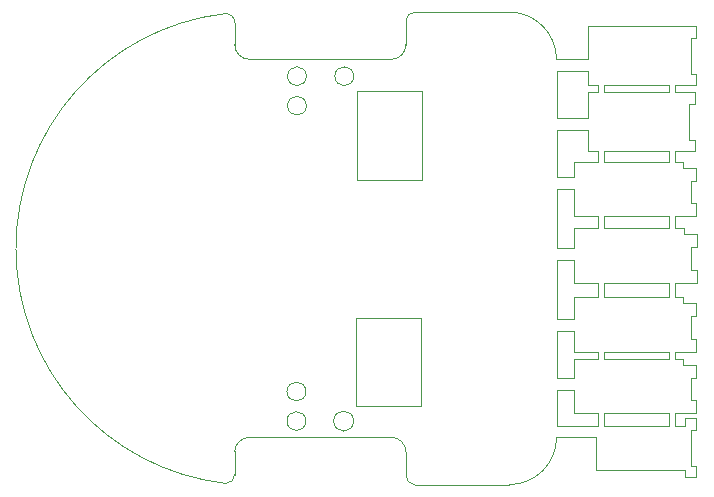
<source format=gbr>
%TF.GenerationSoftware,KiCad,Pcbnew,6.0.7-f9a2dced07~116~ubuntu20.04.1*%
%TF.CreationDate,2022-08-28T21:07:50+05:30*%
%TF.ProjectId,mushak_pcb,6d757368-616b-45f7-9063-622e6b696361,rev?*%
%TF.SameCoordinates,Original*%
%TF.FileFunction,Profile,NP*%
%FSLAX46Y46*%
G04 Gerber Fmt 4.6, Leading zero omitted, Abs format (unit mm)*
G04 Created by KiCad (PCBNEW 6.0.7-f9a2dced07~116~ubuntu20.04.1) date 2022-08-28 21:07:50*
%MOMM*%
%LPD*%
G01*
G04 APERTURE LIST*
%TA.AperFunction,Profile*%
%ADD10C,0.100000*%
%TD*%
%TA.AperFunction,Profile*%
%ADD11C,0.120000*%
%TD*%
G04 APERTURE END LIST*
D10*
X194000000Y-91000000D02*
X195500000Y-91000000D01*
X194000000Y-86000000D02*
X194000000Y-82000000D01*
X204050000Y-83800000D02*
X205750000Y-83800000D01*
X195450000Y-99900000D02*
X197550000Y-99900000D01*
X195500000Y-109000000D02*
X195500000Y-110950000D01*
X204850000Y-115800000D02*
X197350000Y-115800000D01*
X195500000Y-94300000D02*
X197550000Y-94300000D01*
X204800000Y-95800000D02*
X204800000Y-95250000D01*
X194000000Y-108000000D02*
X195500000Y-108000000D01*
X190000000Y-117000000D02*
X182000000Y-117000000D01*
X168000000Y-81000000D02*
X180000000Y-81000000D01*
X205350000Y-107950000D02*
X205350000Y-109850000D01*
X194000000Y-103000000D02*
X194000000Y-98000000D01*
X205350000Y-109850000D02*
X205850000Y-109850000D01*
X194000000Y-81000000D02*
X196650000Y-81000000D01*
X197350000Y-112000000D02*
X197550000Y-112000000D01*
X205850000Y-102750000D02*
X205850000Y-101650000D01*
X197550000Y-99900000D02*
X197550000Y-101150000D01*
X205850000Y-91300000D02*
X205850000Y-90200000D01*
X205350000Y-82200000D02*
X205350000Y-79200000D01*
X166750000Y-116150000D02*
X166750000Y-114200000D01*
X204050000Y-88800000D02*
X204050000Y-89650000D01*
X205850000Y-83200000D02*
X205850000Y-82200000D01*
X204750000Y-90200000D02*
X204750000Y-89700000D01*
X194000000Y-108000000D02*
X194000000Y-104000000D01*
X198050000Y-106350000D02*
X203550000Y-106350000D01*
X182000000Y-77000000D02*
G75*
G03*
X181250000Y-77750000I0J-750000D01*
G01*
X205900000Y-99900000D02*
X205900000Y-98800000D01*
X204750000Y-106850000D02*
X204750000Y-106350000D01*
X205850000Y-107950000D02*
X205350000Y-107950000D01*
X204050000Y-101150000D02*
X204750000Y-101150000D01*
X205350000Y-79200000D02*
X205850000Y-79200000D01*
X181250000Y-79750000D02*
X181250000Y-77750000D01*
X190000000Y-117000000D02*
G75*
G03*
X194000000Y-113000000I0J4000000D01*
G01*
X194000000Y-91975000D02*
X195500000Y-91975000D01*
X198050000Y-83200000D02*
X198050000Y-83800000D01*
X195450000Y-105750000D02*
X197550000Y-105750000D01*
X181250000Y-114250000D02*
G75*
G03*
X180000000Y-113000000I-1250000J0D01*
G01*
X196650000Y-88800000D02*
X197550000Y-88800000D01*
X204800000Y-99900000D02*
X205900000Y-99900000D01*
X204050000Y-95250000D02*
X204800000Y-95250000D01*
X204750000Y-101150000D02*
X204750000Y-101200000D01*
X203550000Y-88800000D02*
X198050000Y-88800000D01*
X205900000Y-95800000D02*
X204800000Y-95800000D01*
X197550000Y-88800000D02*
X197550000Y-89650000D01*
X205350000Y-104650000D02*
X205350000Y-102750000D01*
X205850000Y-79200000D02*
X205850000Y-78200000D01*
X194000000Y-81000000D02*
G75*
G03*
X190000000Y-77000000I-4000000J0D01*
G01*
X205850000Y-104650000D02*
X205350000Y-104650000D01*
X194000000Y-112000000D02*
X197350000Y-112000000D01*
X204050000Y-105750000D02*
X204050000Y-106350000D01*
X205850000Y-90200000D02*
X204750000Y-90200000D01*
X180000000Y-81000000D02*
G75*
G03*
X181250000Y-79750000I0J1250000D01*
G01*
X195450000Y-98000000D02*
X195450000Y-99900000D01*
X198050000Y-112000000D02*
X203550000Y-112000000D01*
X197550000Y-110950000D02*
X197550000Y-112000000D01*
X194000000Y-97000000D02*
X195450000Y-97000000D01*
X196650000Y-83800000D02*
X196650000Y-86000000D01*
X204050000Y-110950000D02*
X205850000Y-110950000D01*
X203550000Y-99900000D02*
X203550000Y-101150000D01*
X195500000Y-91975000D02*
X195500000Y-94300000D01*
X166750000Y-79750000D02*
X166750000Y-77880330D01*
X195500000Y-106350000D02*
X197550000Y-106350000D01*
X196650000Y-82000000D02*
X196650000Y-83200000D01*
X194000000Y-97000000D02*
X194000000Y-91975000D01*
X205850000Y-106850000D02*
X204750000Y-106850000D01*
X204850000Y-112000000D02*
X204850000Y-111400000D01*
X165900000Y-77130331D02*
G75*
G03*
X166000000Y-116900000I2350750J-19879049D01*
G01*
X205350000Y-112400000D02*
X205350000Y-115200000D01*
X205400000Y-98800000D02*
X205400000Y-96900000D01*
X195500000Y-106350000D02*
X195500000Y-108000000D01*
X181250000Y-116250000D02*
G75*
G03*
X182000000Y-117000000I750000J0D01*
G01*
X204850000Y-111400000D02*
X205850000Y-111400000D01*
X205850000Y-78200000D02*
X196650000Y-78200000D01*
X198050000Y-94300000D02*
X198050000Y-95250000D01*
X198050000Y-101150000D02*
X203550000Y-101150000D01*
X205900000Y-96900000D02*
X205900000Y-95800000D01*
X204050000Y-99900000D02*
X204050000Y-101150000D01*
X204050000Y-94300000D02*
X205850000Y-94300000D01*
X197550000Y-105750000D02*
X197550000Y-106350000D01*
X203550000Y-83200000D02*
X203550000Y-83800000D01*
X203550000Y-95250000D02*
X198050000Y-95250000D01*
X197550000Y-95250000D02*
X195450000Y-95250000D01*
X194000000Y-109000000D02*
X195500000Y-109000000D01*
X205350000Y-93200000D02*
X205850000Y-93200000D01*
X205850000Y-111400000D02*
X205850000Y-112400000D01*
X205850000Y-105750000D02*
X205850000Y-104650000D01*
X204050000Y-94300000D02*
X204050000Y-95250000D01*
X204850000Y-116400000D02*
X204850000Y-115800000D01*
X194000000Y-82000000D02*
X196650000Y-82000000D01*
X205250000Y-87700000D02*
X205250000Y-84800000D01*
X204050000Y-99900000D02*
X204800000Y-99900000D01*
X182000000Y-77000000D02*
X190000000Y-77000000D01*
X205850000Y-116400000D02*
X204850000Y-116400000D01*
X198050000Y-94300000D02*
X203550000Y-94300000D01*
X204050000Y-105750000D02*
X204750000Y-105750000D01*
X194000000Y-91000000D02*
X194000000Y-87000000D01*
X195450000Y-104000000D02*
X195450000Y-105750000D01*
X205750000Y-88800000D02*
X205750000Y-87800000D01*
X204050000Y-88800000D02*
X205750000Y-88800000D01*
X204750000Y-105750000D02*
X205850000Y-105750000D01*
X197350000Y-113000000D02*
X197350000Y-115800000D01*
X198050000Y-105750000D02*
X203550000Y-105750000D01*
X205850000Y-93200000D02*
X205850000Y-94300000D01*
X197550000Y-89650000D02*
X195500000Y-89650000D01*
X198050000Y-110950000D02*
X203550000Y-110950000D01*
X194000000Y-103000000D02*
X195450000Y-103000000D01*
X196650000Y-83200000D02*
X197550000Y-83200000D01*
X204050000Y-83200000D02*
X204050000Y-83800000D01*
X198050000Y-99900000D02*
X203550000Y-99900000D01*
X195450000Y-101150000D02*
X195450000Y-103000000D01*
X204750000Y-89700000D02*
X204750000Y-89650000D01*
X205350000Y-115200000D02*
X205350000Y-115400000D01*
X203550000Y-83800000D02*
X198050000Y-83800000D01*
X198050000Y-110950000D02*
X198050000Y-112000000D01*
X205900000Y-98800000D02*
X205400000Y-98800000D01*
X166000000Y-116900000D02*
G75*
G03*
X166750000Y-116150000I0J750000D01*
G01*
X205350000Y-115400000D02*
X205850000Y-115400000D01*
X205850000Y-112400000D02*
X205350000Y-112400000D01*
X204050000Y-112000000D02*
X204850000Y-112000000D01*
X203550000Y-88800000D02*
X203550000Y-89650000D01*
X194000000Y-113000000D02*
X197350000Y-113000000D01*
X203550000Y-110950000D02*
X203550000Y-112000000D01*
X204050000Y-83200000D02*
X205850000Y-83200000D01*
X203550000Y-94300000D02*
X203550000Y-95250000D01*
X198050000Y-105750000D02*
X198050000Y-106350000D01*
X204050000Y-110950000D02*
X204050000Y-112000000D01*
X205850000Y-82200000D02*
X205350000Y-82200000D01*
X205850000Y-109850000D02*
X205850000Y-110950000D01*
X195450000Y-95250000D02*
X195450000Y-97000000D01*
X204050000Y-89650000D02*
X204750000Y-89650000D01*
X204750000Y-101650000D02*
X204750000Y-101200000D01*
X198050000Y-83200000D02*
X203550000Y-83200000D01*
X194000000Y-98000000D02*
X195450000Y-98000000D01*
X194000000Y-87000000D02*
X196650000Y-87000000D01*
X204050000Y-106350000D02*
X204750000Y-106350000D01*
X205250000Y-87700000D02*
X205250000Y-87800000D01*
X197550000Y-83200000D02*
X197550000Y-83800000D01*
X205850000Y-101650000D02*
X204750000Y-101650000D01*
X181250000Y-114250000D02*
X181250000Y-116250000D01*
X197550000Y-94300000D02*
X197550000Y-95250000D01*
X205350000Y-91300000D02*
X205850000Y-91300000D01*
X203550000Y-105750000D02*
X203550000Y-106350000D01*
X196650000Y-78200000D02*
X196650000Y-81000000D01*
X195500000Y-89650000D02*
X195500000Y-91000000D01*
X205350000Y-93200000D02*
X205350000Y-91300000D01*
X197550000Y-83800000D02*
X196650000Y-83800000D01*
X205250000Y-87800000D02*
X205750000Y-87800000D01*
X195450000Y-101150000D02*
X197550000Y-101150000D01*
X198050000Y-99900000D02*
X198050000Y-101150000D01*
X205750000Y-83800000D02*
X205750000Y-84800000D01*
X168000000Y-112999960D02*
G75*
G03*
X166750000Y-114200000I0J-1251040D01*
G01*
X198050000Y-88800000D02*
X198050000Y-89650000D01*
X205250000Y-84800000D02*
X205750000Y-84800000D01*
X205850000Y-115400000D02*
X205850000Y-116400000D01*
X166749950Y-77880330D02*
G75*
G03*
X165900000Y-77130330I-755850J30D01*
G01*
X194000000Y-86000000D02*
X196650000Y-86000000D01*
X168000000Y-113000000D02*
X180000000Y-113000000D01*
X194000000Y-112000000D02*
X194000000Y-109000000D01*
X205400000Y-96900000D02*
X205900000Y-96900000D01*
X166750000Y-79750000D02*
G75*
G03*
X168000000Y-81000000I1250000J0D01*
G01*
X205350000Y-102750000D02*
X205850000Y-102750000D01*
X194000000Y-104000000D02*
X195450000Y-104000000D01*
X196650000Y-87000000D02*
X196650000Y-88800000D01*
X203550000Y-89650000D02*
X198050000Y-89650000D01*
X195500000Y-110950000D02*
X197550000Y-110950000D01*
X205850000Y-106850000D02*
X205850000Y-107950000D01*
D11*
%TO.C,M1*%
X177025000Y-110375000D02*
X177025000Y-102875000D01*
X182525000Y-102875000D02*
X182525000Y-110375000D01*
X177025000Y-102875000D02*
X182525000Y-102875000D01*
X182525000Y-110375000D02*
X177025000Y-110375000D01*
X172775000Y-111625000D02*
G75*
G03*
X172775000Y-111625000I-800000J0D01*
G01*
X176825000Y-111625000D02*
G75*
G03*
X176825000Y-111625000I-850000J0D01*
G01*
X172775000Y-109125000D02*
G75*
G03*
X172775000Y-109125000I-800000J0D01*
G01*
%TO.C,M2*%
X177075000Y-83675000D02*
X177075000Y-91175000D01*
X182575000Y-83675000D02*
X177075000Y-83675000D01*
X182575000Y-91175000D02*
X182575000Y-83675000D01*
X177075000Y-91175000D02*
X182575000Y-91175000D01*
X172825000Y-84925000D02*
G75*
G03*
X172825000Y-84925000I-800000J0D01*
G01*
X176825000Y-82425000D02*
G75*
G03*
X176825000Y-82425000I-800000J0D01*
G01*
X172825000Y-82425000D02*
G75*
G03*
X172825000Y-82425000I-800000J0D01*
G01*
%TD*%
M02*

</source>
